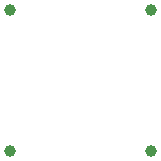
<source format=gbr>
%TF.GenerationSoftware,KiCad,Pcbnew,(5.1.5)-3*%
%TF.CreationDate,2021-04-14T07:11:27-05:00*%
%TF.ProjectId,Bottom Camera Calibration Card,426f7474-6f6d-4204-9361-6d6572612043,rev?*%
%TF.SameCoordinates,Original*%
%TF.FileFunction,Copper,L1,Top*%
%TF.FilePolarity,Positive*%
%FSLAX46Y46*%
G04 Gerber Fmt 4.6, Leading zero omitted, Abs format (unit mm)*
G04 Created by KiCad (PCBNEW (5.1.5)-3) date 2021-04-14 07:11:27*
%MOMM*%
%LPD*%
G04 APERTURE LIST*
%TA.AperFunction,BGAPad,CuDef*%
%ADD10C,1.000000*%
%TD*%
G04 APERTURE END LIST*
D10*
%TO.P,FID4,*%
%TO.N,*%
X156000000Y-156000000D03*
%TD*%
%TO.P,FID3,*%
%TO.N,*%
X144000000Y-156000000D03*
%TD*%
%TO.P,FID2,*%
%TO.N,*%
X156000000Y-144000000D03*
%TD*%
%TO.P,FID1,*%
%TO.N,*%
X144000000Y-144000000D03*
%TD*%
M02*

</source>
